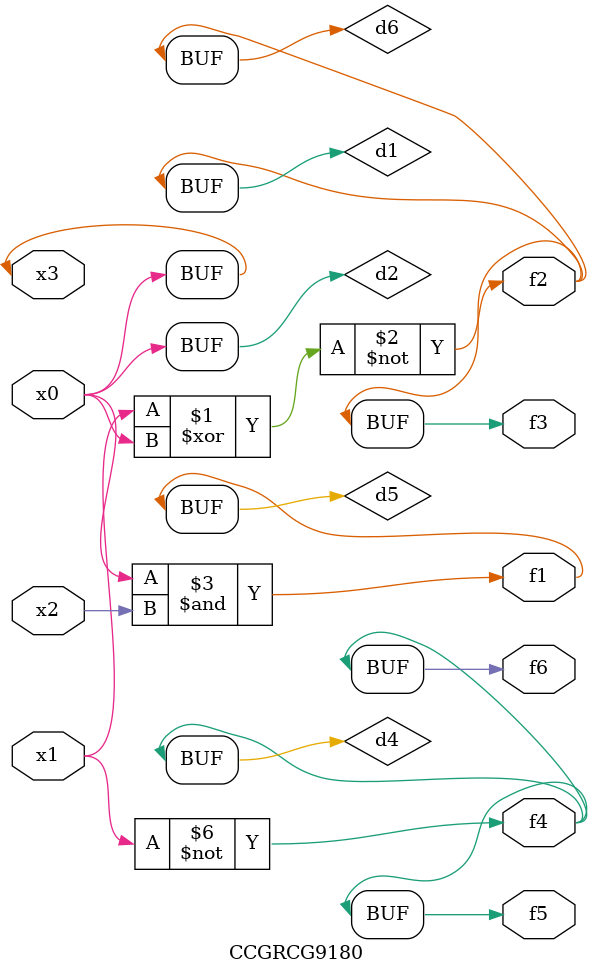
<source format=v>
module CCGRCG9180(
	input x0, x1, x2, x3,
	output f1, f2, f3, f4, f5, f6
);

	wire d1, d2, d3, d4, d5, d6;

	xnor (d1, x1, x3);
	buf (d2, x0, x3);
	nand (d3, x0, x2);
	not (d4, x1);
	nand (d5, d3);
	or (d6, d1);
	assign f1 = d5;
	assign f2 = d6;
	assign f3 = d6;
	assign f4 = d4;
	assign f5 = d4;
	assign f6 = d4;
endmodule

</source>
